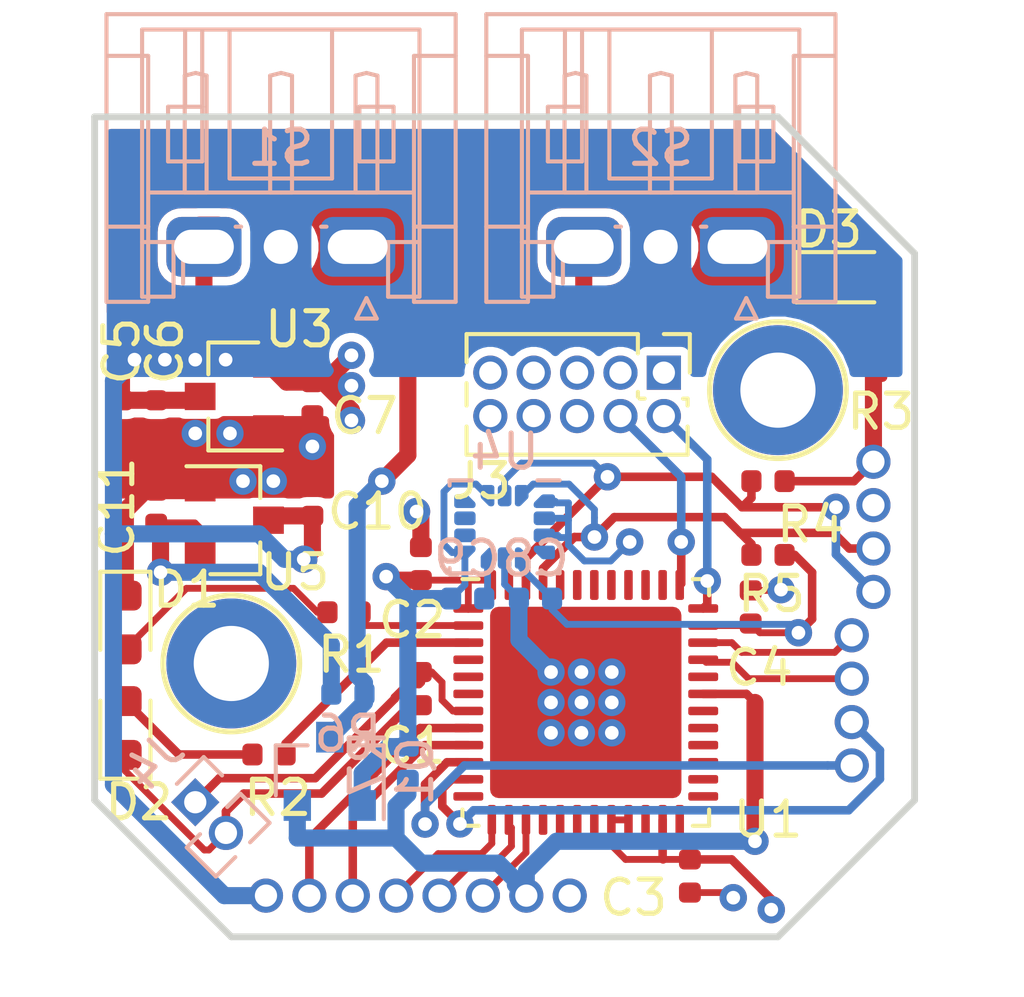
<source format=kicad_pcb>
(kicad_pcb (version 20171130) (host pcbnew 5.1.5+dfsg1-2build2)
  (layers (0 F.Cu signal) (1 In1.Cu power) (2 In2.Cu power) (31 B.Cu signal) (34 B.Paste user) (35 F.Paste user) (36 B.SilkS user) (37 F.SilkS user) (38 B.Mask user) (39 F.Mask user) (44 Edge.Cuts user))
  (net 0 "")
  (net 1 GND)
  (net 2 NRTS)
  (net 3 +3V3)
  (net 4 VCC)
  (net 5 "Net-(D1-Pad2)")
  (net 6 "Net-(D2-Pad2)")
  (net 7 "Net-(D3-Pad2)")
  (net 8 "Net-(J1-Pad1)")
  (net 9 "Net-(J2-Pad1)")
  (net 10 JTMS-SWDIO)
  (net 11 JTCK-SWCLI)
  (net 12 LED_2)
  (net 13 LED_1)
  (net 14 I2C_SCL)
  (net 15 I2C_SDA)
  (net 16 "Net-(U1-Pad47)")
  (net 17 "Net-(U1-Pad43)")
  (net 18 "Net-(U1-Pad42)")
  (net 19 "Net-(U1-Pad41)")
  (net 20 "Net-(U1-Pad40)")
  (net 21 "Net-(U1-Pad39)")
  (net 22 "Net-(U1-Pad38)")
  (net 23 FDCAN_TX)
  (net 24 FDCAN_RX)
  (net 25 "Net-(U1-Pad30)")
  (net 26 "Net-(U1-Pad29)")
  (net 27 "Net-(U1-Pad28)")
  (net 28 "Net-(U1-Pad27)")
  (net 29 "Net-(U1-Pad26)")
  (net 30 "Net-(U1-Pad25)")
  (net 31 "Net-(U1-Pad24)")
  (net 32 "Net-(U1-Pad22)")
  (net 33 "Net-(U1-Pad19)")
  (net 34 "Net-(U1-Pad18)")
  (net 35 "Net-(U1-Pad17)")
  (net 36 "Net-(U1-Pad16)")
  (net 37 MOSI)
  (net 38 MISO)
  (net 39 SCK)
  (net 40 "Net-(U1-Pad12)")
  (net 41 ADC2)
  (net 42 ADC1)
  (net 43 "Net-(U1-Pad6)")
  (net 44 "Net-(U1-Pad5)")
  (net 45 "Net-(U1-Pad4)")
  (net 46 "Net-(U4-Pad11)")
  (net 47 "Net-(U4-Pad10)")
  (net 48 "Net-(U4-Pad9)")
  (net 49 "Net-(U4-Pad4)")
  (net 50 "Net-(J3-Pad10)")
  (net 51 "Net-(J3-Pad8)")
  (net 52 "Net-(J3-Pad7)")
  (net 53 "Net-(J3-Pad6)")
  (net 54 +5V)
  (net 55 "Net-(U1-Pad44)")
  (net 56 "Net-(U1-Pad32)")
  (net 57 USART2_RX)
  (net 58 USART2_TX)
  (net 59 USART1_5)
  (net 60 USART1_3)
  (module tile:jst_bus_horizontal (layer B.Cu) (at 210.566 90.805 180)
    (fp_text reference S2 (at 2 2.9 180) (layer B.SilkS) (effects (justify mirror)))
    (fp_text value A2001WR-3P)
    (pad 2 thru_hole circle (at 2 0 180) (size 1.7 1.7) (drill 1) (layers *.Cu *.Mask) (net 4 VCC))
    (pad 1 thru_hole roundrect (at -0.25 0 180) (size 2.2 1.75) (drill oval 1.75 1) (layers *.Cu *.Mask) (roundrect_rratio 0.208) (net 1 GND))
    (pad 3 thru_hole roundrect (at 4.25 0 180) (size 2.2 1.75) (drill oval 1.75 1) (layers *.Cu *.Mask) (net 59 USART1_5))
  )
  (module tile:jst_bus_horizontal (layer B.Cu) (at 199.449 90.805 180)
    (fp_text reference S1 (at 2 2.9 180) (layer B.SilkS) (effects (justify mirror)))
    (fp_text value A2001WR-3P)
    (pad 2 thru_hole circle (at 2 0 180) (size 1.7 1.7) (drill 1) (layers *.Cu *.Mask) (net 4 VCC))
    (pad 1 thru_hole roundrect (at -0.25 0 180) (size 2.2 1.75) (drill oval 1.75 1) (layers *.Cu *.Mask) (roundrect_rratio 0.208) (net 1 GND))
    (pad 3 thru_hole roundrect (at 4.25 0 180) (size 2.2 1.75) (drill oval 1.75 1) (layers *.Cu *.Mask) (net 59 USART1_5))
  )
  (module Resistor_SMD:R_0402_1005Metric (layer B.Cu) (at 201.168 105.918 270)
    (fp_text reference R7 (at 0 1.17 90) (layer B.SilkS) (effects (justify mirror)))
    (fp_text value 10k)
    (pad 2 smd roundrect (at 0.485 0 270) (size 0.59 0.64) (layers B.Cu B.Paste B.Mask) (net 60 USART1_3))
    (pad 1 smd roundrect (at -0.485 0 270) (size 0.59 0.64) (layers B.Cu B.Paste B.Mask) (net 3 +3V3))
  )
  (module Resistor_SMD:R_0402_1005Metric (layer B.Cu) (at 199.413 103.886)
    (fp_text reference R6 (at 0 1.17) (layer B.SilkS) (effects (justify mirror)))
    (fp_text value 10k)
    (pad 2 smd roundrect (at 0.485 0) (size 0.59 0.64) (layers B.Cu B.Paste B.Mask) (net 59 USART1_5))
    (pad 1 smd roundrect (at -0.485 0) (size 0.59 0.64) (layers B.Cu B.Paste B.Mask) (net 54 +5V))
  )
  (module Package_TO_SOT_SMD:SOT-23 (layer B.Cu) (at 198.882 106.156 90)
    (fp_text reference Q1 (at 0 2.5 90) (layer B.SilkS) (effects (justify mirror)))
    (fp_text value BSS123)
    (pad 3 smd rect (at 1 0 90) (size 0.9 0.8) (layers B.Cu B.Paste B.Mask) (net 59 USART1_5))
    (pad 2 smd rect (at -1 -0.95 90) (size 0.9 0.8) (layers B.Cu B.Paste B.Mask) (net 60 USART1_3))
    (pad 1 smd rect (at -1 0.95 90) (size 0.9 0.8) (layers B.Cu B.Paste B.Mask) (net 3 +3V3))
  )
  (module Package_TO_SOT_SMD:SOT-23 (layer F.Cu) (at 196.088 98.806)
    (fp_text reference U5 (at 1.778 1.524 180) (layer F.SilkS))
    (fp_text value AP2210-5)
    (pad 3 smd rect (at 1 0) (size 0.9 0.8) (layers F.Cu F.Paste F.Mask) (net 4 VCC))
    (pad 2 smd rect (at -1 0.95) (size 0.9 0.8) (layers F.Cu F.Paste F.Mask) (net 54 +5V))
    (pad 1 smd rect (at -1 -0.95) (size 0.9 0.8) (layers F.Cu F.Paste F.Mask) (net 1 GND))
  )
  (module Capacitor_SMD:C_0402_1005Metric (layer F.Cu) (at 193.802 98.425 90)
    (fp_text reference C11 (at 0 -1.17 90) (layer F.SilkS))
    (fp_text value 2.2uF)
    (pad 2 smd roundrect (at 0.485 0 90) (size 0.59 0.64) (layers F.Cu F.Paste F.Mask) (net 1 GND))
    (pad 1 smd roundrect (at -0.485 0 90) (size 0.59 0.64) (layers F.Cu F.Paste F.Mask) (net 54 +5V))
  )
  (module Capacitor_SMD:C_0402_1005Metric (layer F.Cu) (at 198.374 98.194 90)
    (fp_text reference C10 (at -0.358 1.905 180) (layer F.SilkS))
    (fp_text value 1uf)
    (pad 2 smd roundrect (at 0.485 0 90) (size 0.59 0.64) (layers F.Cu F.Paste F.Mask) (net 1 GND))
    (pad 1 smd roundrect (at -0.485 0 90) (size 0.59 0.64) (layers F.Cu F.Paste F.Mask) (net 4 VCC))
  )
  (module Capacitor_SMD:C_0402_1005Metric (layer F.Cu) (at 201.549 103.736 270)
    (fp_text reference C1 (at 1.674 0.254 180) (layer F.SilkS))
    (fp_text value 0.1uF)
    (pad 2 smd roundrect (at 0.485 0 270) (size 0.59 0.64) (layers F.Cu F.Paste F.Mask) (net 1 GND))
    (pad 1 smd roundrect (at -0.485 0 270) (size 0.59 0.64) (layers F.Cu F.Paste F.Mask) (net 2 NRTS))
  )
  (module Connector_PinHeader_1.27mm:PinHeader_2x05_P1.27mm_Vertical (layer F.Cu) (at 208.661 94.488 270)
    (fp_text reference J3 (at 3.175 5.334 180) (layer F.SilkS))
    (fp_text value Conn_ARM_JTAG_SWD_10)
    (pad 10 thru_hole oval (at 1.27 5.08 270) (size 1 1) (drill 0.65) (layers *.Cu *.Mask) (net 50 "Net-(J3-Pad10)"))
    (pad 9 thru_hole oval (at 0 5.08 270) (size 1 1) (drill 0.65) (layers *.Cu *.Mask) (net 1 GND))
    (pad 8 thru_hole oval (at 1.27 3.81 270) (size 1 1) (drill 0.65) (layers *.Cu *.Mask) (net 51 "Net-(J3-Pad8)"))
    (pad 7 thru_hole oval (at 0 3.81 270) (size 1 1) (drill 0.65) (layers *.Cu *.Mask) (net 52 "Net-(J3-Pad7)"))
    (pad 6 thru_hole oval (at 1.27 2.54 270) (size 1 1) (drill 0.65) (layers *.Cu *.Mask) (net 53 "Net-(J3-Pad6)"))
    (pad 5 thru_hole oval (at 0 2.54 270) (size 1 1) (drill 0.65) (layers *.Cu *.Mask) (net 1 GND))
    (pad 4 thru_hole oval (at 1.27 1.27 270) (size 1 1) (drill 0.65) (layers *.Cu *.Mask) (net 11 JTCK-SWCLI))
    (pad 3 thru_hole oval (at 0 1.27 270) (size 1 1) (drill 0.65) (layers *.Cu *.Mask) (net 1 GND))
    (pad 2 thru_hole oval (at 1.27 0 270) (size 1 1) (drill 0.65) (layers *.Cu *.Mask) (net 10 JTMS-SWDIO))
    (pad 1 thru_hole rect (at 0 0 270) (size 1 1) (drill 0.65) (layers *.Cu *.Mask) (net 3 +3V3))
  )
  (module Package_LGA:LGA-14_3x2.5mm_P0.5mm_LayoutBorder3x4y (layer B.Cu) (at 204 99 180)
    (fp_text reference U4 (at 0 2.2) (layer B.SilkS) (effects (justify mirror)))
    (fp_text value LSM6DS3)
    (pad 14 smd custom (at -0.5 0.9125 180) (size 0.223223 0.223223) (layers B.Cu B.Paste B.Mask) (net 15 I2C_SDA) (options (clearance outline) (anchor circle)) (primitives (gr_poly (pts (xy -0.125 0.2375) (xy 0.125 0.2375) (xy 0.125 -0.2375) (xy 0.081066 -0.2375) (xy -0.125 -0.031434)) (width 0.15))))
    (pad 13 smd roundrect (at 0 0.9125 180) (size 0.4 0.625) (layers B.Cu B.Paste B.Mask) (net 14 I2C_SCL))
    (pad 12 smd custom (at 0.5 0.9125 180) (size 0.223223 0.223223) (layers B.Cu B.Paste B.Mask) (net 3 +3V3) (options (clearance outline) (anchor circle)) (primitives (gr_poly (pts (xy -0.125 0.2375) (xy 0.125 0.2375) (xy 0.125 -0.031434) (xy -0.081066 -0.2375) (xy -0.125 -0.2375)) (width 0.15))))
    (pad 11 smd custom (at 1.1625 0.75 180) (size 0.223223 0.223223) (layers B.Cu B.Paste B.Mask) (net 46 "Net-(U4-Pad11)") (options (clearance outline) (anchor circle)) (primitives (gr_poly (pts (xy -0.2375 -0.081066) (xy -0.031434 0.125) (xy 0.2375 0.125) (xy 0.2375 -0.125) (xy -0.2375 -0.125)) (width 0.15))))
    (pad 10 smd roundrect (at 1.1625 0.25 180) (size 0.625 0.4) (layers B.Cu B.Paste B.Mask) (net 47 "Net-(U4-Pad10)"))
    (pad 9 smd roundrect (at 1.1625 -0.25 180) (size 0.625 0.4) (layers B.Cu B.Paste B.Mask) (net 48 "Net-(U4-Pad9)"))
    (pad 8 smd custom (at 1.1625 -0.75 180) (size 0.223223 0.223223) (layers B.Cu B.Paste B.Mask) (net 3 +3V3) (options (clearance outline) (anchor circle)) (primitives (gr_poly (pts (xy -0.2375 0.125) (xy 0.2375 0.125) (xy 0.2375 -0.125) (xy -0.031434 -0.125) (xy -0.2375 0.081066)) (width 0.15))))
    (pad 7 smd custom (at 0.5 -0.9125 180) (size 0.223223 0.223223) (layers B.Cu B.Paste B.Mask) (net 1 GND) (options (clearance outline) (anchor circle)) (primitives (gr_poly (pts (xy -0.125 0.2375) (xy -0.081066 0.2375) (xy 0.125 0.031434) (xy 0.125 -0.2375) (xy -0.125 -0.2375)) (width 0.15))))
    (pad 6 smd roundrect (at 0 -0.9125 180) (size 0.4 0.625) (layers B.Cu B.Paste B.Mask) (net 1 GND))
    (pad 5 smd custom (at -0.5 -0.9125 180) (size 0.223223 0.223223) (layers B.Cu B.Paste B.Mask) (net 3 +3V3) (options (clearance outline) (anchor circle)) (primitives (gr_poly (pts (xy -0.125 0.031434) (xy 0.081066 0.2375) (xy 0.125 0.2375) (xy 0.125 -0.2375) (xy -0.125 -0.2375)) (width 0.15))))
    (pad 4 smd custom (at -1.1625 -0.75 180) (size 0.223223 0.223223) (layers B.Cu B.Paste B.Mask) (net 49 "Net-(U4-Pad4)") (options (clearance outline) (anchor circle)) (primitives (gr_poly (pts (xy -0.2375 0.125) (xy 0.2375 0.125) (xy 0.2375 0.081066) (xy 0.031434 -0.125) (xy -0.2375 -0.125)) (width 0.15))))
    (pad 3 smd roundrect (at -1.1625 -0.25 180) (size 0.625 0.4) (layers B.Cu B.Paste B.Mask) (net 1 GND))
    (pad 2 smd roundrect (at -1.1625 0.25 180) (size 0.625 0.4) (layers B.Cu B.Paste B.Mask) (net 1 GND))
    (pad 1 smd custom (at -1.1625 0.75 180) (size 0.223223 0.223223) (layers B.Cu B.Paste B.Mask) (net 1 GND) (options (clearance outline) (anchor circle)) (primitives (gr_poly (pts (xy -0.2375 0.125) (xy 0.031434 0.125) (xy 0.2375 -0.081066) (xy 0.2375 -0.125) (xy -0.2375 -0.125)) (width 0.15))))
  )
  (module Capacitor_SMD:C_0402_1005Metric (layer B.Cu) (at 202.918 101.099 180)
    (fp_text reference C9 (at 0 1.17) (layer B.SilkS) (effects (justify mirror)))
    (fp_text value 100nf)
    (pad 2 smd roundrect (at 0.485 0 180) (size 0.59 0.64) (layers B.Cu B.Paste B.Mask) (net 3 +3V3))
    (pad 1 smd roundrect (at -0.485 0 180) (size 0.59 0.64) (layers B.Cu B.Paste B.Mask) (net 1 GND))
  )
  (module Capacitor_SMD:C_0402_1005Metric (layer B.Cu) (at 204.904 101.099 180)
    (fp_text reference C8 (at 0 1.17) (layer B.SilkS) (effects (justify mirror)))
    (fp_text value 100nf)
    (pad 2 smd roundrect (at 0.485 0 180) (size 0.59 0.64) (layers B.Cu B.Paste B.Mask) (net 1 GND))
    (pad 1 smd roundrect (at -0.485 0 180) (size 0.59 0.64) (layers B.Cu B.Paste B.Mask) (net 3 +3V3))
  )
  (module Capacitor_SMD:C_0402_1005Metric (layer F.Cu) (at 209.423 109.22 270)
    (fp_text reference C3 (at 0.635 1.651 180) (layer F.SilkS))
    (fp_text value 100nf)
    (pad 2 smd roundrect (at 0.485 0 270) (size 0.59 0.64) (layers F.Cu F.Paste F.Mask) (net 1 GND))
    (pad 1 smd roundrect (at -0.485 0 270) (size 0.59 0.64) (layers F.Cu F.Paste F.Mask) (net 3 +3V3))
  )
  (module tile:tile (layer F.Cu) (at 204 99)
    (fp_text reference U2 hide)
    (fp_text value tile)
    (fp_line (start 12 8) (end 12 -8) (layer Edge.Cuts) (width 0.2))
    (fp_line (start 12 -8) (end 8 -12) (layer Edge.Cuts) (width 0.2))
    (fp_line (start 8 -12) (end -12 -12) (layer Edge.Cuts) (width 0.2))
    (fp_line (start -12 -12) (end -12 8) (layer Edge.Cuts) (width 0.2))
    (fp_line (start -12 8) (end -8 12) (layer Edge.Cuts) (width 0.2))
    (fp_line (start -8 12) (end 8 12) (layer Edge.Cuts) (width 0.2))
    (fp_line (start 8 12) (end 12 8) (layer Edge.Cuts) (width 0.2))
    (pad 1 thru_hole circle (at 10.795 -1.905) (size 1 1) (drill 0.65) (layers *.Cu *.Mask) (net 3 +3V3))
    (pad 2 thru_hole circle (at 10.795 -0.635) (size 1 1) (drill 0.65) (layers *.Cu *.Mask) (net 1 GND))
    (pad 3 thru_hole circle (at 10.795 0.635) (size 1 1) (drill 0.65) (layers *.Cu *.Mask) (net 15 I2C_SDA))
    (pad 4 thru_hole circle (at 10.795 1.905) (size 1 1) (drill 0.65) (layers *.Cu *.Mask) (net 14 I2C_SCL))
    (pad 5 thru_hole circle (at 10.16 3.175) (size 1 1) (drill 0.65) (layers *.Cu *.Mask) (net 23 FDCAN_TX))
    (pad 6 thru_hole circle (at 10.16 4.445) (size 1 1) (drill 0.65) (layers *.Cu *.Mask) (net 24 FDCAN_RX))
    (pad 7 thru_hole circle (at 10.16 5.715) (size 1 1) (drill 0.65) (layers *.Cu *.Mask) (net 57 USART2_RX))
    (pad 8 thru_hole circle (at 10.16 6.985) (size 1 1) (drill 0.65) (layers *.Cu *.Mask) (net 58 USART2_TX))
    (pad 9 thru_hole circle (at 1.905 10.795 90) (size 1 1) (drill 0.65) (layers *.Cu *.Mask) (net 1 GND))
    (pad 10 thru_hole circle (at 0.635 10.795 90) (size 1 1) (drill 0.65) (layers *.Cu *.Mask) (net 60 USART1_3))
    (pad 11 thru_hole circle (at -0.635 10.795 90) (size 1 1) (drill 0.65) (layers *.Cu *.Mask) (net 37 MOSI))
    (pad 12 thru_hole circle (at -1.905 10.795 90) (size 1 1) (drill 0.65) (layers *.Cu *.Mask) (net 38 MISO))
    (pad 13 thru_hole circle (at -3.175 10.795 90) (size 1 1) (drill 0.65) (layers *.Cu *.Mask) (net 39 SCK))
    (pad 14 thru_hole circle (at -4.445 10.795 90) (size 1 1) (drill 0.65) (layers *.Cu *.Mask) (net 41 ADC2))
    (pad 15 thru_hole circle (at -5.715 10.795 90) (size 1 1) (drill 0.65) (layers *.Cu *.Mask) (net 42 ADC1))
    (pad 16 thru_hole circle (at -6.985 10.795 90) (size 1 1) (drill 0.65) (layers *.Cu *.Mask) (net 4 VCC))
  )
  (module Package_TO_SOT_SMD:SOT-23 (layer F.Cu) (at 196.088 95.184 180)
    (fp_text reference U3 (at -1.905 1.966) (layer F.SilkS))
    (fp_text value AP2210-33)
    (pad 3 smd rect (at 1 0 180) (size 0.9 0.8) (layers F.Cu F.Paste F.Mask) (net 4 VCC))
    (pad 2 smd rect (at -1 0.95 180) (size 0.9 0.8) (layers F.Cu F.Paste F.Mask) (net 3 +3V3))
    (pad 1 smd rect (at -1 -0.95 180) (size 0.9 0.8) (layers F.Cu F.Paste F.Mask) (net 1 GND))
  )
  (module Package_DFN_QFN:QFN-48-1EP_7x7mm_P0.5mm_EP5.6x5.6mm (layer F.Cu) (at 206.375 104.14)
    (fp_text reference U1 (at 5.334 3.429) (layer F.SilkS))
    (fp_text value STM32G431CBU6)
    (pad 48 smd roundrect (at -2.75 -3.4375) (size 0.25 0.875) (layers F.Cu F.Paste F.Mask) (net 3 +3V3))
    (pad 47 smd roundrect (at -2.25 -3.4375) (size 0.25 0.875) (layers F.Cu F.Paste F.Mask) (net 16 "Net-(U1-Pad47)"))
    (pad 46 smd roundrect (at -1.75 -3.4375) (size 0.25 0.875) (layers F.Cu F.Paste F.Mask) (net 14 I2C_SCL))
    (pad 45 smd roundrect (at -1.25 -3.4375) (size 0.25 0.875) (layers F.Cu F.Paste F.Mask) (net 15 I2C_SDA))
    (pad 44 smd roundrect (at -0.75 -3.4375) (size 0.25 0.875) (layers F.Cu F.Paste F.Mask) (net 55 "Net-(U1-Pad44)"))
    (pad 43 smd roundrect (at -0.25 -3.4375) (size 0.25 0.875) (layers F.Cu F.Paste F.Mask) (net 17 "Net-(U1-Pad43)"))
    (pad 42 smd roundrect (at 0.25 -3.4375) (size 0.25 0.875) (layers F.Cu F.Paste F.Mask) (net 18 "Net-(U1-Pad42)"))
    (pad 41 smd roundrect (at 0.75 -3.4375) (size 0.25 0.875) (layers F.Cu F.Paste F.Mask) (net 19 "Net-(U1-Pad41)"))
    (pad 40 smd roundrect (at 1.25 -3.4375) (size 0.25 0.875) (layers F.Cu F.Paste F.Mask) (net 20 "Net-(U1-Pad40)"))
    (pad 39 smd roundrect (at 1.75 -3.4375) (size 0.25 0.875) (layers F.Cu F.Paste F.Mask) (net 21 "Net-(U1-Pad39)"))
    (pad 38 smd roundrect (at 2.25 -3.4375) (size 0.25 0.875) (layers F.Cu F.Paste F.Mask) (net 22 "Net-(U1-Pad38)"))
    (pad 37 smd roundrect (at 2.75 -3.4375) (size 0.25 0.875) (layers F.Cu F.Paste F.Mask) (net 11 JTCK-SWCLI))
    (pad 36 smd roundrect (at 3.4375 -2.75) (size 0.875 0.25) (layers F.Cu F.Paste F.Mask) (net 10 JTMS-SWDIO))
    (pad 35 smd roundrect (at 3.4375 -2.25) (size 0.875 0.25) (layers F.Cu F.Paste F.Mask) (net 3 +3V3))
    (pad 34 smd roundrect (at 3.4375 -1.75) (size 0.875 0.25) (layers F.Cu F.Paste F.Mask) (net 23 FDCAN_TX))
    (pad 33 smd roundrect (at 3.4375 -1.25) (size 0.875 0.25) (layers F.Cu F.Paste F.Mask) (net 24 FDCAN_RX))
    (pad 32 smd roundrect (at 3.4375 -0.75) (size 0.875 0.25) (layers F.Cu F.Paste F.Mask) (net 56 "Net-(U1-Pad32)"))
    (pad 31 smd roundrect (at 3.4375 -0.25) (size 0.875 0.25) (layers F.Cu F.Paste F.Mask) (net 60 USART1_3))
    (pad 30 smd roundrect (at 3.4375 0.25) (size 0.875 0.25) (layers F.Cu F.Paste F.Mask) (net 25 "Net-(U1-Pad30)"))
    (pad 29 smd roundrect (at 3.4375 0.75) (size 0.875 0.25) (layers F.Cu F.Paste F.Mask) (net 26 "Net-(U1-Pad29)"))
    (pad 28 smd roundrect (at 3.4375 1.25) (size 0.875 0.25) (layers F.Cu F.Paste F.Mask) (net 27 "Net-(U1-Pad28)"))
    (pad 27 smd roundrect (at 3.4375 1.75) (size 0.875 0.25) (layers F.Cu F.Paste F.Mask) (net 28 "Net-(U1-Pad27)"))
    (pad 26 smd roundrect (at 3.4375 2.25) (size 0.875 0.25) (layers F.Cu F.Paste F.Mask) (net 29 "Net-(U1-Pad26)"))
    (pad 25 smd roundrect (at 3.4375 2.75) (size 0.875 0.25) (layers F.Cu F.Paste F.Mask) (net 30 "Net-(U1-Pad25)"))
    (pad 24 smd roundrect (at 2.75 3.4375) (size 0.25 0.875) (layers F.Cu F.Paste F.Mask) (net 31 "Net-(U1-Pad24)"))
    (pad 23 smd roundrect (at 2.25 3.4375) (size 0.25 0.875) (layers F.Cu F.Paste F.Mask) (net 3 +3V3))
    (pad 22 smd roundrect (at 1.75 3.4375) (size 0.25 0.875) (layers F.Cu F.Paste F.Mask) (net 32 "Net-(U1-Pad22)"))
    (pad 21 smd roundrect (at 1.25 3.4375) (size 0.25 0.875) (layers F.Cu F.Paste F.Mask) (net 3 +3V3))
    (pad 20 smd roundrect (at 0.75 3.4375) (size 0.25 0.875) (layers F.Cu F.Paste F.Mask) (net 3 +3V3))
    (pad 19 smd roundrect (at 0.25 3.4375) (size 0.25 0.875) (layers F.Cu F.Paste F.Mask) (net 33 "Net-(U1-Pad19)"))
    (pad 18 smd roundrect (at -0.25 3.4375) (size 0.25 0.875) (layers F.Cu F.Paste F.Mask) (net 34 "Net-(U1-Pad18)"))
    (pad 17 smd roundrect (at -0.75 3.4375) (size 0.25 0.875) (layers F.Cu F.Paste F.Mask) (net 35 "Net-(U1-Pad17)"))
    (pad 16 smd roundrect (at -1.25 3.4375) (size 0.25 0.875) (layers F.Cu F.Paste F.Mask) (net 36 "Net-(U1-Pad16)"))
    (pad 15 smd roundrect (at -1.75 3.4375) (size 0.25 0.875) (layers F.Cu F.Paste F.Mask) (net 37 MOSI))
    (pad 14 smd roundrect (at -2.25 3.4375) (size 0.25 0.875) (layers F.Cu F.Paste F.Mask) (net 38 MISO))
    (pad 13 smd roundrect (at -2.75 3.4375) (size 0.25 0.875) (layers F.Cu F.Paste F.Mask) (net 39 SCK))
    (pad 12 smd roundrect (at -3.4375 2.75) (size 0.875 0.25) (layers F.Cu F.Paste F.Mask) (net 40 "Net-(U1-Pad12)"))
    (pad 11 smd roundrect (at -3.4375 2.25) (size 0.875 0.25) (layers F.Cu F.Paste F.Mask) (net 57 USART2_RX))
    (pad 10 smd roundrect (at -3.4375 1.75) (size 0.875 0.25) (layers F.Cu F.Paste F.Mask) (net 58 USART2_TX))
    (pad 9 smd roundrect (at -3.4375 1.25) (size 0.875 0.25) (layers F.Cu F.Paste F.Mask) (net 41 ADC2))
    (pad 8 smd roundrect (at -3.4375 0.75) (size 0.875 0.25) (layers F.Cu F.Paste F.Mask) (net 42 ADC1))
    (pad 7 smd roundrect (at -3.4375 0.25) (size 0.875 0.25) (layers F.Cu F.Paste F.Mask) (net 2 NRTS))
    (pad 6 smd roundrect (at -3.4375 -0.25) (size 0.875 0.25) (layers F.Cu F.Paste F.Mask) (net 43 "Net-(U1-Pad6)"))
    (pad 5 smd roundrect (at -3.4375 -0.75) (size 0.875 0.25) (layers F.Cu F.Paste F.Mask) (net 44 "Net-(U1-Pad5)"))
    (pad 4 smd roundrect (at -3.4375 -1.25) (size 0.875 0.25) (layers F.Cu F.Paste F.Mask) (net 45 "Net-(U1-Pad4)"))
    (pad 3 smd roundrect (at -3.4375 -1.75) (size 0.875 0.25) (layers F.Cu F.Paste F.Mask) (net 13 LED_1))
    (pad 2 smd roundrect (at -3.4375 -2.25) (size 0.875 0.25) (layers F.Cu F.Paste F.Mask) (net 12 LED_2))
    (pad 1 smd roundrect (at -3.4375 -2.75) (size 0.875 0.25) (layers F.Cu F.Paste F.Mask) (net 3 +3V3))
    (pad 49 smd roundrect (at 0 0) (size 5.6 5.6) (layers F.Cu F.Mask) (roundrect_rratio 0.044643) (net 1 GND))
  )
  (module Resistor_SMD:R_0402_1005Metric (layer F.Cu) (at 211.709 99.822 180)
    (fp_text reference R5 (at -0.104 -1.143) (layer F.SilkS))
    (fp_text value 10k)
    (pad 2 smd roundrect (at 0.485 0 180) (size 0.59 0.64) (layers F.Cu F.Paste F.Mask) (net 15 I2C_SDA))
    (pad 1 smd roundrect (at -0.485 0 180) (size 0.59 0.64) (layers F.Cu F.Paste F.Mask) (net 3 +3V3))
  )
  (module Resistor_SMD:R_0402_1005Metric (layer F.Cu) (at 211.709 97.663 180)
    (fp_text reference R4 (at -1.247 -1.27) (layer F.SilkS))
    (fp_text value 10k)
    (pad 2 smd roundrect (at 0.485 0 180) (size 0.59 0.64) (layers F.Cu F.Paste F.Mask) (net 14 I2C_SCL))
    (pad 1 smd roundrect (at -0.485 0 180) (size 0.59 0.64) (layers F.Cu F.Paste F.Mask) (net 3 +3V3))
  )
  (module Resistor_SMD:R_0402_1005Metric (layer F.Cu) (at 214.884 93.98 90)
    (fp_text reference R3 (at -1.651 0.127) (layer F.SilkS))
    (fp_text value 1k)
    (pad 2 smd roundrect (at 0.485 0 90) (size 0.59 0.64) (layers F.Cu F.Paste F.Mask) (net 7 "Net-(D3-Pad2)"))
    (pad 1 smd roundrect (at -0.485 0 90) (size 0.59 0.64) (layers F.Cu F.Paste F.Mask) (net 3 +3V3))
  )
  (module Resistor_SMD:R_0402_1005Metric (layer F.Cu) (at 197.104 105.664 180)
    (fp_text reference R2 (at -0.254 -1.27) (layer F.SilkS))
    (fp_text value 1k)
    (pad 2 smd roundrect (at 0.485 0 180) (size 0.59 0.64) (layers F.Cu F.Paste F.Mask) (net 6 "Net-(D2-Pad2)"))
    (pad 1 smd roundrect (at -0.485 0 180) (size 0.59 0.64) (layers F.Cu F.Paste F.Mask) (net 13 LED_1))
  )
  (module Resistor_SMD:R_0402_1005Metric (layer F.Cu) (at 199.3 101.5 180)
    (fp_text reference R1 (at -0.217 -1.243) (layer F.SilkS))
    (fp_text value 1k)
    (pad 2 smd roundrect (at 0.485 0 180) (size 0.59 0.64) (layers F.Cu F.Paste F.Mask) (net 5 "Net-(D1-Pad2)"))
    (pad 1 smd roundrect (at -0.485 0 180) (size 0.59 0.64) (layers F.Cu F.Paste F.Mask) (net 12 LED_2))
  )
  (module Connector_PinHeader_1.27mm:PinHeader_1x02_P1.27mm_Vertical (layer B.Cu) (at 194.945 107.061 225)
    (fp_text reference J4 (at 0 1.695 225) (layer B.SilkS) (effects (justify mirror)))
    (fp_text value Conn_01x02_Male)
    (pad 2 thru_hole oval (at 0 -1.27 225) (size 1 1) (drill 0.65) (layers *.Cu *.Mask) (net 1 GND))
    (pad 1 thru_hole rect (at 0 0 225) (size 1 1) (drill 0.65) (layers *.Cu *.Mask) (net 2 NRTS))
  )
  (module MountingHole:MountingHole_2.2mm_M2_DIN965_Pad (layer F.Cu) (at 212 95)
    (fp_text reference J2 hide)
    (fp_text value Conn_01x01_Male)
    (pad 1 thru_hole circle (at 0 0) (size 3.8 3.8) (drill 2.2) (layers *.Cu *.Mask) (net 9 "Net-(J2-Pad1)"))
  )
  (module MountingHole:MountingHole_2.2mm_M2_DIN965_Pad (layer F.Cu) (at 196 103)
    (fp_text reference J1 hide)
    (fp_text value Conn_01x01_Male)
    (pad 1 thru_hole circle (at 0 0) (size 3.8 3.8) (drill 2.2) (layers *.Cu *.Mask) (net 8 "Net-(J1-Pad1)"))
  )
  (module LED_SMD:LED_0603_1608Metric (layer F.Cu) (at 214.0205 91.694)
    (fp_text reference D3 (at -0.5335 -1.397) (layer F.SilkS))
    (fp_text value GREEN)
    (pad 2 smd roundrect (at 0.7875 0) (size 0.875 0.95) (layers F.Cu F.Paste F.Mask) (net 7 "Net-(D3-Pad2)"))
    (pad 1 smd roundrect (at -0.7875 0) (size 0.875 0.95) (layers F.Cu F.Paste F.Mask) (net 1 GND))
  )
  (module LED_SMD:LED_0603_1608Metric (layer F.Cu) (at 192.9 104.8875 90)
    (fp_text reference D2 (at -2.1735 0.394 180) (layer F.SilkS))
    (fp_text value BLUE)
    (pad 2 smd roundrect (at 0.7875 0 90) (size 0.875 0.95) (layers F.Cu F.Paste F.Mask) (net 6 "Net-(D2-Pad2)"))
    (pad 1 smd roundrect (at -0.7875 0 90) (size 0.875 0.95) (layers F.Cu F.Paste F.Mask) (net 1 GND))
  )
  (module LED_SMD:LED_0603_1608Metric (layer F.Cu) (at 192.9 101.8 270)
    (fp_text reference D1 (at -0.962 -1.791 180) (layer F.SilkS))
    (fp_text value YELLOW)
    (pad 2 smd roundrect (at 0.7875 0 270) (size 0.875 0.95) (layers F.Cu F.Paste F.Mask) (net 5 "Net-(D1-Pad2)"))
    (pad 1 smd roundrect (at -0.7875 0 270) (size 0.875 0.95) (layers F.Cu F.Paste F.Mask) (net 1 GND))
  )
  (module Capacitor_SMD:C_0402_1005Metric (layer F.Cu) (at 198.374 95.25 270)
    (fp_text reference C7 (at 0.508 -1.524 180) (layer F.SilkS))
    (fp_text value 2.2uF)
    (pad 2 smd roundrect (at 0.485 0 270) (size 0.59 0.64) (layers F.Cu F.Paste F.Mask) (net 1 GND))
    (pad 1 smd roundrect (at -0.485 0 270) (size 0.59 0.64) (layers F.Cu F.Paste F.Mask) (net 3 +3V3))
  )
  (module Capacitor_SMD:C_0402_1005Metric (layer F.Cu) (at 193.802 95.781 270)
    (fp_text reference C6 (at -1.928 -0.254 270) (layer F.SilkS))
    (fp_text value 100nf)
    (pad 2 smd roundrect (at 0.485 0 270) (size 0.59 0.64) (layers F.Cu F.Paste F.Mask) (net 1 GND))
    (pad 1 smd roundrect (at -0.485 0 270) (size 0.59 0.64) (layers F.Cu F.Paste F.Mask) (net 4 VCC))
  )
  (module Capacitor_SMD:C_0402_1005Metric (layer F.Cu) (at 192.786 95.781 270)
    (fp_text reference C5 (at -1.928 0 270) (layer F.SilkS))
    (fp_text value 1uf)
    (pad 2 smd roundrect (at 0.485 0 270) (size 0.59 0.64) (layers F.Cu F.Paste F.Mask) (net 1 GND))
    (pad 1 smd roundrect (at -0.485 0 270) (size 0.59 0.64) (layers F.Cu F.Paste F.Mask) (net 4 VCC))
  )
  (module Capacitor_SMD:C_0402_1005Metric (layer F.Cu) (at 211.201 101.346 90)
    (fp_text reference C4 (at -1.778 0.254 180) (layer F.SilkS))
    (fp_text value 100nf)
    (pad 2 smd roundrect (at 0.485 0 90) (size 0.59 0.64) (layers F.Cu F.Paste F.Mask) (net 1 GND))
    (pad 1 smd roundrect (at -0.485 0 90) (size 0.59 0.64) (layers F.Cu F.Paste F.Mask) (net 3 +3V3))
  )
  (module Capacitor_SMD:C_0402_1005Metric (layer F.Cu) (at 201.549 100.076 90)
    (fp_text reference C2 (at -1.651 -0.254 180) (layer F.SilkS))
    (fp_text value 100nf)
    (pad 2 smd roundrect (at 0.485 0 90) (size 0.59 0.64) (layers F.Cu F.Paste F.Mask) (net 1 GND))
    (pad 1 smd roundrect (at -0.485 0 90) (size 0.59 0.64) (layers F.Cu F.Paste F.Mask) (net 3 +3V3))
  )
  (via (at 207.137 105.029) (size 0.8) (drill 0.4) (layers F.Cu B.Cu) (net 1))
  (via (at 206.248 105.029) (size 0.8) (drill 0.4) (layers F.Cu B.Cu) (net 1))
  (via (at 205.359 105.029) (size 0.8) (drill 0.4) (layers F.Cu B.Cu) (net 1))
  (via (at 205.359 104.14) (size 0.8) (drill 0.4) (layers F.Cu B.Cu) (net 1))
  (via (at 205.359 103.251) (size 0.8) (drill 0.4) (layers F.Cu B.Cu) (net 1))
  (via (at 206.248 103.251) (size 0.8) (drill 0.4) (layers F.Cu B.Cu) (net 1))
  (via (at 207.137 103.251) (size 0.8) (drill 0.4) (layers F.Cu B.Cu) (net 1))
  (via (at 207.137 104.14) (size 0.8) (drill 0.4) (layers F.Cu B.Cu) (net 1))
  (via (at 206.248 104.14) (size 0.8) (drill 0.4) (layers F.Cu B.Cu) (net 1))
  (segment (start 210.543 109.705) (end 210.693 109.855) (width 0.2) (layer F.Cu) (net 1))
  (via (at 210.693 109.855) (size 0.8) (drill 0.4) (layers F.Cu B.Cu) (net 1))
  (segment (start 209.423 109.705) (end 210.543 109.705) (width 0.2) (layer F.Cu) (net 1))
  (via (at 212.09 100.838) (size 0.8) (drill 0.4) (layers F.Cu B.Cu) (net 1))
  (segment (start 212.067 100.861) (end 212.09 100.838) (width 0.2) (layer F.Cu) (net 1))
  (segment (start 211.201 100.861) (end 212.067 100.861) (width 0.2) (layer F.Cu) (net 1))
  (segment (start 205.475 98.25) (end 205.523 98.298) (width 0.2) (layer B.Cu) (net 1))
  (segment (start 205.1625 98.25) (end 205.475 98.25) (width 0.2) (layer B.Cu) (net 1))
  (segment (start 205.523 98.298) (end 205.867 98.298) (width 0.2) (layer B.Cu) (net 1))
  (via (at 207.659945 99.443187) (size 0.8) (drill 0.4) (layers F.Cu B.Cu) (net 1))
  (segment (start 207.104741 99.998391) (end 207.659945 99.443187) (width 0.2) (layer B.Cu) (net 1))
  (segment (start 206.334481 99.998391) (end 207.104741 99.998391) (width 0.2) (layer B.Cu) (net 1))
  (segment (start 205.867 99.53091) (end 206.334481 99.998391) (width 0.2) (layer B.Cu) (net 1))
  (segment (start 205.811 98.75) (end 205.1625 98.75) (width 0.2) (layer B.Cu) (net 1))
  (segment (start 205.867 98.806) (end 205.811 98.75) (width 0.2) (layer B.Cu) (net 1))
  (segment (start 205.867 98.298) (end 205.867 98.806) (width 0.2) (layer B.Cu) (net 1))
  (segment (start 205.555346 99.25) (end 205.475 99.25) (width 0.2) (layer B.Cu) (net 1))
  (segment (start 205.475 99.25) (end 205.1625 99.25) (width 0.2) (layer B.Cu) (net 1))
  (segment (start 205.619346 99.314) (end 205.555346 99.25) (width 0.2) (layer B.Cu) (net 1))
  (segment (start 205.867 99.314) (end 205.619346 99.314) (width 0.2) (layer B.Cu) (net 1))
  (segment (start 205.867 98.806) (end 205.867 99.314) (width 0.2) (layer B.Cu) (net 1))
  (segment (start 205.867 99.314) (end 205.867 99.53091) (width 0.2) (layer B.Cu) (net 1))
  (segment (start 204 100.68) (end 204.419 101.099) (width 0.2) (layer B.Cu) (net 1))
  (segment (start 204 99.9125) (end 204 100.68) (width 0.2) (layer B.Cu) (net 1))
  (segment (start 203.5 101.002) (end 203.403 101.099) (width 0.2) (layer B.Cu) (net 1))
  (segment (start 203.5 99.9125) (end 203.5 101.002) (width 0.2) (layer B.Cu) (net 1))
  (segment (start 195.343027 108.459025) (end 195.843026 107.959026) (width 0.2) (layer F.Cu) (net 1))
  (segment (start 195.211639 108.459025) (end 195.343027 108.459025) (width 0.2) (layer F.Cu) (net 1))
  (segment (start 192.9 106.147386) (end 195.211639 108.459025) (width 0.2) (layer F.Cu) (net 1))
  (segment (start 192.9 105.675) (end 192.9 106.147386) (width 0.2) (layer F.Cu) (net 1))
  (segment (start 204.419 102.311) (end 205.359 103.251) (width 0.5) (layer B.Cu) (net 1))
  (segment (start 204.419 101.099) (end 204.419 102.311) (width 0.5) (layer B.Cu) (net 1))
  (segment (start 195.843026 107.329716) (end 195.843026 107.959026) (width 0.25) (layer F.Cu) (net 1))
  (segment (start 196.365742 106.807) (end 195.843026 107.329716) (width 0.25) (layer F.Cu) (net 1))
  (segment (start 198.643 106.807) (end 196.365742 106.807) (width 0.25) (layer F.Cu) (net 1))
  (segment (start 201.229 104.221) (end 198.643 106.807) (width 0.25) (layer F.Cu) (net 1))
  (segment (start 201.549 104.221) (end 201.229 104.221) (width 0.25) (layer F.Cu) (net 1))
  (segment (start 195.004 97.94) (end 195.088 97.856) (width 0.5) (layer F.Cu) (net 1))
  (segment (start 193.802 97.94) (end 195.004 97.94) (width 0.5) (layer F.Cu) (net 1))
  (segment (start 193.482 97.94) (end 193.802 97.94) (width 0.5) (layer F.Cu) (net 1))
  (segment (start 192.9 98.522) (end 193.482 97.94) (width 0.5) (layer F.Cu) (net 1))
  (segment (start 192.9 101.0125) (end 192.9 98.522) (width 0.5) (layer F.Cu) (net 1))
  (via (at 195.961 96.266) (size 0.8) (drill 0.4) (layers F.Cu B.Cu) (net 1))
  (via (at 194.945 96.266) (size 0.8) (drill 0.4) (layers F.Cu B.Cu) (net 1))
  (via (at 196.342 97.663) (size 0.8) (drill 0.4) (layers F.Cu B.Cu) (net 1))
  (via (at 197.231 97.663) (size 0.8) (drill 0.4) (layers F.Cu B.Cu) (net 1))
  (via (at 198.374 96.647) (size 0.8) (drill 0.4) (layers F.Cu B.Cu) (net 1))
  (via (at 201.422 98.552) (size 0.8) (drill 0.4) (layers F.Cu B.Cu) (net 1))
  (segment (start 201.549 98.679) (end 201.422 98.552) (width 0.5) (layer F.Cu) (net 1))
  (segment (start 201.549 99.591) (end 201.549 98.679) (width 0.5) (layer F.Cu) (net 1))
  (segment (start 211.705 91.694) (end 210.816 90.805) (width 0.5) (layer F.Cu) (net 1))
  (segment (start 213.233 91.694) (end 211.705 91.694) (width 0.5) (layer F.Cu) (net 1))
  (segment (start 201.869 103.251) (end 201.549 103.251) (width 0.2) (layer F.Cu) (net 2))
  (segment (start 202.16901 103.55101) (end 201.869 103.251) (width 0.2) (layer F.Cu) (net 2))
  (segment (start 202.16901 104.071678) (end 202.16901 103.55101) (width 0.2) (layer F.Cu) (net 2))
  (segment (start 202.487332 104.39) (end 202.16901 104.071678) (width 0.2) (layer F.Cu) (net 2))
  (segment (start 202.9375 104.39) (end 202.487332 104.39) (width 0.2) (layer F.Cu) (net 2))
  (segment (start 200.787 103.994768) (end 200.787 104.02659) (width 0.25) (layer F.Cu) (net 2))
  (segment (start 201.180778 103.60099) (end 200.787 103.994768) (width 0.25) (layer F.Cu) (net 2))
  (segment (start 201.49401 103.60099) (end 201.180778 103.60099) (width 0.25) (layer F.Cu) (net 2))
  (segment (start 201.549 103.546) (end 201.49401 103.60099) (width 0.25) (layer F.Cu) (net 2))
  (segment (start 201.549 103.251) (end 201.549 103.546) (width 0.25) (layer F.Cu) (net 2))
  (segment (start 195.298553 106.707447) (end 194.945 107.061) (width 0.25) (layer F.Cu) (net 2))
  (segment (start 195.64901 106.35699) (end 195.298553 106.707447) (width 0.25) (layer F.Cu) (net 2))
  (segment (start 198.4566 106.35699) (end 195.64901 106.35699) (width 0.25) (layer F.Cu) (net 2))
  (segment (start 200.787 104.02659) (end 198.4566 106.35699) (width 0.25) (layer F.Cu) (net 2))
  (segment (start 207.125 107.581) (end 207.137 107.593) (width 0.2) (layer F.Cu) (net 3))
  (segment (start 207.125 107.5775) (end 207.125 107.581) (width 0.2) (layer F.Cu) (net 3))
  (segment (start 207.137 107.593) (end 207.137 108.331) (width 0.2) (layer F.Cu) (net 3))
  (segment (start 207.541 108.735) (end 208.638 108.735) (width 0.2) (layer F.Cu) (net 3))
  (segment (start 207.137 108.331) (end 207.541 108.735) (width 0.2) (layer F.Cu) (net 3))
  (segment (start 207.625 107.5775) (end 207.125 107.5775) (width 0.2) (layer F.Cu) (net 3))
  (segment (start 211.142 101.89) (end 211.201 101.831) (width 0.2) (layer F.Cu) (net 3))
  (segment (start 209.8125 101.89) (end 211.142 101.89) (width 0.2) (layer F.Cu) (net 3))
  (via (at 212.6 102.1) (size 0.8) (drill 0.4) (layers F.Cu B.Cu) (net 3))
  (segment (start 203.4835 100.561) (end 203.625 100.7025) (width 0.2) (layer F.Cu) (net 3))
  (segment (start 202.9375 100.5755) (end 202.9375 101.415) (width 0.2) (layer F.Cu) (net 3))
  (segment (start 202.923 100.561) (end 202.9375 100.5755) (width 0.2) (layer F.Cu) (net 3))
  (segment (start 201.549 100.561) (end 202.923 100.561) (width 0.2) (layer F.Cu) (net 3))
  (segment (start 202.923 100.561) (end 203.4835 100.561) (width 0.2) (layer F.Cu) (net 3))
  (segment (start 208.625 108.722) (end 208.625 107.5775) (width 0.25) (layer F.Cu) (net 3))
  (segment (start 208.638 108.735) (end 208.625 108.722) (width 0.25) (layer F.Cu) (net 3))
  (segment (start 208.638 108.735) (end 209.423 108.735) (width 0.2) (layer F.Cu) (net 3))
  (segment (start 204.5 100.21) (end 205.389 101.099) (width 0.2) (layer B.Cu) (net 3))
  (segment (start 204.5 99.9125) (end 204.5 100.21) (width 0.2) (layer B.Cu) (net 3))
  (segment (start 202.8375 100.6945) (end 202.433 101.099) (width 0.2) (layer B.Cu) (net 3))
  (segment (start 202.8375 99.75) (end 202.8375 100.6945) (width 0.2) (layer B.Cu) (net 3))
  (segment (start 211.47 102.1) (end 211.201 101.831) (width 0.2) (layer F.Cu) (net 3))
  (segment (start 212.6 102.1) (end 211.47 102.1) (width 0.2) (layer F.Cu) (net 3))
  (segment (start 212.354 101.854) (end 212.6 102.1) (width 0.2) (layer B.Cu) (net 3))
  (segment (start 205.824 101.854) (end 212.354 101.854) (width 0.2) (layer B.Cu) (net 3))
  (segment (start 205.389 101.419) (end 205.824 101.854) (width 0.2) (layer B.Cu) (net 3))
  (segment (start 205.389 101.099) (end 205.389 101.419) (width 0.2) (layer B.Cu) (net 3))
  (via (at 211.805025 110.205025) (size 0.8) (drill 0.4) (layers F.Cu B.Cu) (net 3))
  (segment (start 211.805025 109.894023) (end 211.805025 110.205025) (width 0.25) (layer F.Cu) (net 3))
  (segment (start 210.646002 108.735) (end 211.805025 109.894023) (width 0.25) (layer F.Cu) (net 3))
  (segment (start 209.423 108.735) (end 210.646002 108.735) (width 0.25) (layer F.Cu) (net 3))
  (segment (start 202.459298 99.75) (end 202.525 99.75) (width 0.2) (layer B.Cu) (net 3))
  (segment (start 202.22499 99.515692) (end 202.459298 99.75) (width 0.2) (layer B.Cu) (net 3))
  (segment (start 202.22499 97.969664) (end 202.22499 99.515692) (width 0.2) (layer B.Cu) (net 3))
  (segment (start 202.525 99.75) (end 202.8375 99.75) (width 0.2) (layer B.Cu) (net 3))
  (segment (start 202.444664 97.74999) (end 202.22499 97.969664) (width 0.2) (layer B.Cu) (net 3))
  (segment (start 203.16249 97.74999) (end 202.444664 97.74999) (width 0.2) (layer B.Cu) (net 3))
  (segment (start 203.5 98.0875) (end 203.16249 97.74999) (width 0.2) (layer B.Cu) (net 3))
  (segment (start 200.848 105.433) (end 201.168 105.433) (width 0.5) (layer B.Cu) (net 3))
  (segment (start 200.605 105.433) (end 200.848 105.433) (width 0.5) (layer B.Cu) (net 3))
  (segment (start 199.832 106.206) (end 200.605 105.433) (width 0.5) (layer B.Cu) (net 3))
  (segment (start 199.832 107.156) (end 199.832 106.206) (width 0.5) (layer B.Cu) (net 3))
  (segment (start 197.619 94.765) (end 197.088 94.234) (width 0.5) (layer F.Cu) (net 3))
  (segment (start 198.374 94.765) (end 197.619 94.765) (width 0.5) (layer F.Cu) (net 3))
  (via (at 199.517 93.98) (size 0.8) (drill 0.4) (layers F.Cu B.Cu) (net 3))
  (segment (start 198.732 94.765) (end 199.517 93.98) (width 0.5) (layer F.Cu) (net 3))
  (segment (start 198.374 94.765) (end 198.732 94.765) (width 0.5) (layer F.Cu) (net 3))
  (via (at 199.517 94.869) (size 0.8) (drill 0.4) (layers F.Cu B.Cu) (net 3))
  (segment (start 199.413 94.765) (end 199.517 94.869) (width 0.5) (layer F.Cu) (net 3))
  (segment (start 198.374 94.765) (end 199.413 94.765) (width 0.5) (layer F.Cu) (net 3))
  (via (at 199.517 95.885) (size 0.8) (drill 0.4) (layers F.Cu B.Cu) (net 3))
  (segment (start 199.517 95.588) (end 199.517 95.885) (width 0.5) (layer F.Cu) (net 3))
  (segment (start 198.694 94.765) (end 199.517 95.588) (width 0.5) (layer F.Cu) (net 3))
  (segment (start 198.374 94.765) (end 198.694 94.765) (width 0.5) (layer F.Cu) (net 3))
  (via (at 200.533 100.457) (size 0.8) (drill 0.4) (layers F.Cu B.Cu) (net 3))
  (segment (start 201.168 101.092) (end 200.533 100.457) (width 0.5) (layer B.Cu) (net 3))
  (segment (start 201.168 105.433) (end 201.168 101.092) (width 0.5) (layer B.Cu) (net 3))
  (segment (start 200.637 100.561) (end 200.533 100.457) (width 0.5) (layer F.Cu) (net 3))
  (segment (start 201.549 100.561) (end 200.637 100.561) (width 0.5) (layer F.Cu) (net 3))
  (segment (start 201.175 101.099) (end 200.533 100.457) (width 0.5) (layer B.Cu) (net 3))
  (segment (start 202.433 101.099) (end 201.175 101.099) (width 0.5) (layer B.Cu) (net 3))
  (segment (start 214.795 94.554) (end 214.884 94.465) (width 0.5) (layer F.Cu) (net 3))
  (segment (start 214.795 97.095) (end 214.795 94.554) (width 0.5) (layer F.Cu) (net 3))
  (segment (start 212.999999 101.700001) (end 212.6 102.1) (width 0.25) (layer F.Cu) (net 3))
  (segment (start 212.999999 100.332999) (end 212.999999 101.700001) (width 0.25) (layer F.Cu) (net 3))
  (segment (start 212.489 99.822) (end 212.999999 100.332999) (width 0.25) (layer F.Cu) (net 3))
  (segment (start 212.194 99.822) (end 212.489 99.822) (width 0.25) (layer F.Cu) (net 3))
  (segment (start 214.227 97.663) (end 214.795 97.095) (width 0.25) (layer F.Cu) (net 3))
  (segment (start 212.194 97.663) (end 214.227 97.663) (width 0.25) (layer F.Cu) (net 3))
  (via (at 198.12 99.949) (size 0.8) (drill 0.4) (layers F.Cu B.Cu) (net 4))
  (segment (start 198.374 98.679) (end 198.374 99.695) (width 0.5) (layer F.Cu) (net 4))
  (segment (start 198.374 99.695) (end 198.12 99.949) (width 0.5) (layer F.Cu) (net 4))
  (segment (start 197.088 98.806) (end 197.088 98.917) (width 0.5) (layer F.Cu) (net 4))
  (segment (start 197.215 98.679) (end 197.088 98.806) (width 0.5) (layer F.Cu) (net 4))
  (segment (start 198.374 98.679) (end 197.215 98.679) (width 0.5) (layer F.Cu) (net 4))
  (segment (start 195.795 109.795) (end 197.015 109.795) (width 0.5) (layer B.Cu) (net 4))
  (segment (start 192.55001 106.55001) (end 195.795 109.795) (width 0.5) (layer B.Cu) (net 4))
  (segment (start 196.810325 99.20501) (end 192.55001 99.20501) (width 0.5) (layer B.Cu) (net 4))
  (segment (start 197.554315 99.949) (end 196.810325 99.20501) (width 0.5) (layer B.Cu) (net 4))
  (segment (start 198.12 99.949) (end 197.554315 99.949) (width 0.5) (layer B.Cu) (net 4))
  (segment (start 192.55001 99.20501) (end 192.55001 106.55001) (width 0.5) (layer B.Cu) (net 4))
  (via (at 195.834 94.107) (size 0.8) (drill 0.4) (layers F.Cu B.Cu) (net 4))
  (via (at 194.945 94.107) (size 0.8) (drill 0.4) (layers F.Cu B.Cu) (net 4))
  (via (at 194.056 94.107) (size 0.8) (drill 0.4) (layers F.Cu B.Cu) (net 4))
  (via (at 193.167 94.107) (size 0.8) (drill 0.4) (layers F.Cu B.Cu) (net 4))
  (segment (start 192.55001 94.72399) (end 193.167 94.107) (width 0.5) (layer B.Cu) (net 4))
  (segment (start 192.55001 99.20501) (end 192.55001 94.72399) (width 0.5) (layer B.Cu) (net 4))
  (segment (start 192.786 94.488) (end 193.167 94.107) (width 0.5) (layer F.Cu) (net 4))
  (segment (start 192.786 95.296) (end 192.786 94.488) (width 0.5) (layer F.Cu) (net 4))
  (segment (start 192.786 95.296) (end 193.802 95.296) (width 0.5) (layer F.Cu) (net 4))
  (segment (start 194.976 95.296) (end 195.088 95.184) (width 0.5) (layer F.Cu) (net 4))
  (segment (start 193.802 95.296) (end 194.976 95.296) (width 0.5) (layer F.Cu) (net 4))
  (segment (start 193.167 94.107) (end 194.056 94.107) (width 0.5) (layer F.Cu) (net 4))
  (segment (start 194.945 94.107) (end 194.056 94.107) (width 0.5) (layer F.Cu) (net 4))
  (segment (start 195.834 94.107) (end 194.945 94.107) (width 0.5) (layer F.Cu) (net 4))
  (segment (start 194.687501 100.799999) (end 192.9 102.5875) (width 0.2) (layer F.Cu) (net 5))
  (segment (start 197.819999 100.799999) (end 194.687501 100.799999) (width 0.2) (layer F.Cu) (net 5))
  (segment (start 198.52 101.5) (end 197.819999 100.799999) (width 0.2) (layer F.Cu) (net 5))
  (segment (start 198.815 101.5) (end 198.52 101.5) (width 0.2) (layer F.Cu) (net 5))
  (segment (start 194.464 105.664) (end 192.9 104.1) (width 0.25) (layer F.Cu) (net 6))
  (segment (start 196.619 105.664) (end 194.464 105.664) (width 0.25) (layer F.Cu) (net 6))
  (segment (start 214.884 91.77) (end 214.808 91.694) (width 0.5) (layer F.Cu) (net 7))
  (segment (start 214.884 93.495) (end 214.884 91.77) (width 0.5) (layer F.Cu) (net 7))
  (via (at 209.931 100.584) (size 0.8) (drill 0.4) (layers F.Cu B.Cu) (net 10))
  (segment (start 209.931 97.028) (end 209.931 100.584) (width 0.25) (layer B.Cu) (net 10))
  (segment (start 208.661 95.758) (end 209.931 97.028) (width 0.25) (layer B.Cu) (net 10))
  (segment (start 209.931 101.2715) (end 209.8125 101.39) (width 0.25) (layer F.Cu) (net 10))
  (segment (start 209.931 100.584) (end 209.931 101.2715) (width 0.25) (layer F.Cu) (net 10))
  (via (at 209.169 99.441) (size 0.8) (drill 0.4) (layers F.Cu B.Cu) (net 11))
  (segment (start 209.169 97.536) (end 209.169 99.441) (width 0.25) (layer B.Cu) (net 11))
  (segment (start 207.391 95.758) (end 209.169 97.536) (width 0.25) (layer B.Cu) (net 11))
  (segment (start 209.169 100.6585) (end 209.125 100.7025) (width 0.25) (layer F.Cu) (net 11))
  (segment (start 209.169 99.441) (end 209.169 100.6585) (width 0.25) (layer F.Cu) (net 11))
  (segment (start 199.785 101.82) (end 199.785 101.5) (width 0.2) (layer F.Cu) (net 12))
  (segment (start 199.855 101.89) (end 199.785 101.82) (width 0.2) (layer F.Cu) (net 12))
  (segment (start 202.9375 101.89) (end 199.855 101.89) (width 0.2) (layer F.Cu) (net 12))
  (segment (start 197.589 105.344) (end 197.589 105.664) (width 0.25) (layer F.Cu) (net 13))
  (segment (start 200.543 102.39) (end 197.589 105.344) (width 0.25) (layer F.Cu) (net 13))
  (segment (start 202.9375 102.39) (end 200.543 102.39) (width 0.25) (layer F.Cu) (net 13))
  (via (at 213.696776 98.427517) (size 0.8) (drill 0.4) (layers F.Cu B.Cu) (net 14))
  (segment (start 213.696776 99.806776) (end 213.696776 98.427517) (width 0.25) (layer B.Cu) (net 14))
  (segment (start 214.795 100.905) (end 213.696776 99.806776) (width 0.25) (layer B.Cu) (net 14))
  (segment (start 204.625 100.7025) (end 204.625 100.048) (width 0.25) (layer F.Cu) (net 14))
  (via (at 207.01 97.536) (size 0.8) (drill 0.4) (layers F.Cu B.Cu) (net 14))
  (segment (start 204.625 99.921) (end 207.01 97.536) (width 0.25) (layer F.Cu) (net 14))
  (segment (start 204.625 100.048) (end 204.625 99.921) (width 0.25) (layer F.Cu) (net 14))
  (segment (start 204 98.0875) (end 204 97.625) (width 0.2) (layer B.Cu) (net 14))
  (segment (start 206.610001 97.136001) (end 207.01 97.536) (width 0.2) (layer B.Cu) (net 14))
  (segment (start 204.488999 97.136001) (end 206.610001 97.136001) (width 0.2) (layer B.Cu) (net 14))
  (segment (start 204 97.625) (end 204.488999 97.136001) (width 0.2) (layer B.Cu) (net 14))
  (segment (start 210.058 97.536) (end 207.01 97.536) (width 0.25) (layer F.Cu) (net 14))
  (segment (start 210.949517 98.427517) (end 210.058 97.536) (width 0.25) (layer F.Cu) (net 14))
  (segment (start 213.696776 98.427517) (end 210.949517 98.427517) (width 0.25) (layer F.Cu) (net 14))
  (segment (start 211.224 98.153034) (end 210.949517 98.427517) (width 0.25) (layer F.Cu) (net 14))
  (segment (start 211.224 97.663) (end 211.224 98.153034) (width 0.25) (layer F.Cu) (net 14))
  (via (at 206.629 99.298391) (size 0.8) (drill 0.4) (layers F.Cu B.Cu) (net 15))
  (segment (start 206.043587 99.298391) (end 206.629 99.298391) (width 0.25) (layer F.Cu) (net 15))
  (segment (start 205.125 100.216978) (end 206.043587 99.298391) (width 0.25) (layer F.Cu) (net 15))
  (segment (start 205.125 100.7025) (end 205.125 100.216978) (width 0.25) (layer F.Cu) (net 15))
  (segment (start 206.629 98.494301) (end 206.629 98.732706) (width 0.2) (layer B.Cu) (net 15))
  (segment (start 205.884689 97.74999) (end 206.629 98.494301) (width 0.2) (layer B.Cu) (net 15))
  (segment (start 204.83751 97.74999) (end 205.884689 97.74999) (width 0.2) (layer B.Cu) (net 15))
  (segment (start 206.629 98.732706) (end 206.629 99.298391) (width 0.2) (layer B.Cu) (net 15))
  (segment (start 204.5 98.0875) (end 204.83751 97.74999) (width 0.2) (layer B.Cu) (net 15))
  (segment (start 214.087894 99.635) (end 214.795 99.635) (width 0.25) (layer F.Cu) (net 15))
  (segment (start 213.629884 99.17699) (end 214.087894 99.635) (width 0.25) (layer F.Cu) (net 15))
  (segment (start 210.89899 99.17699) (end 213.629884 99.17699) (width 0.25) (layer F.Cu) (net 15))
  (segment (start 210.437999 98.715999) (end 210.89899 99.17699) (width 0.25) (layer F.Cu) (net 15))
  (segment (start 207.211392 98.715999) (end 210.437999 98.715999) (width 0.25) (layer F.Cu) (net 15))
  (segment (start 206.629 99.298391) (end 207.211392 98.715999) (width 0.25) (layer F.Cu) (net 15))
  (segment (start 211.224 99.502) (end 211.224 99.822) (width 0.25) (layer F.Cu) (net 15))
  (segment (start 210.89899 99.17699) (end 211.224 99.502) (width 0.25) (layer F.Cu) (net 15))
  (segment (start 214.01 102.325) (end 214.16 102.175) (width 0.25) (layer F.Cu) (net 23))
  (segment (start 213.660001 102.674999) (end 214.16 102.175) (width 0.2) (layer F.Cu) (net 23))
  (segment (start 210.936697 102.674999) (end 213.660001 102.674999) (width 0.2) (layer F.Cu) (net 23))
  (segment (start 210.651698 102.39) (end 210.936697 102.674999) (width 0.2) (layer F.Cu) (net 23))
  (segment (start 209.8125 102.39) (end 210.651698 102.39) (width 0.2) (layer F.Cu) (net 23))
  (segment (start 209.89899 102.96499) (end 210.66099 102.96499) (width 0.2) (layer F.Cu) (net 24))
  (segment (start 209.824 102.89) (end 209.89899 102.96499) (width 0.2) (layer F.Cu) (net 24))
  (segment (start 209.8125 102.89) (end 209.824 102.89) (width 0.2) (layer F.Cu) (net 24))
  (segment (start 211.141 103.445) (end 214.16 103.445) (width 0.2) (layer F.Cu) (net 24))
  (segment (start 210.66099 102.96499) (end 211.141 103.445) (width 0.2) (layer F.Cu) (net 24))
  (segment (start 204.625 108.535) (end 203.365 109.795) (width 0.2) (layer F.Cu) (net 37))
  (segment (start 204.625 107.5775) (end 204.625 108.535) (width 0.2) (layer F.Cu) (net 37))
  (segment (start 202.924 108.966) (end 202.095 109.795) (width 0.2) (layer F.Cu) (net 38))
  (segment (start 203.581 108.966) (end 202.924 108.966) (width 0.2) (layer F.Cu) (net 38))
  (segment (start 204.19999 108.34701) (end 203.581 108.966) (width 0.2) (layer F.Cu) (net 38))
  (segment (start 204.19999 107.80699) (end 204.19999 108.34701) (width 0.2) (layer F.Cu) (net 38))
  (segment (start 204.125 107.732) (end 204.19999 107.80699) (width 0.2) (layer F.Cu) (net 38))
  (segment (start 204.125 107.5775) (end 204.125 107.732) (width 0.2) (layer F.Cu) (net 38))
  (segment (start 203.625 107.5775) (end 203.625 108.26799) (width 0.2) (layer F.Cu) (net 39))
  (segment (start 203.625 108.26799) (end 203.327 108.56599) (width 0.2) (layer F.Cu) (net 39))
  (segment (start 202.05401 108.56599) (end 200.825 109.795) (width 0.2) (layer F.Cu) (net 39))
  (segment (start 203.327 108.56599) (end 202.05401 108.56599) (width 0.2) (layer F.Cu) (net 39))
  (segment (start 202.9375 105.39) (end 201.66282 105.39) (width 0.25) (layer F.Cu) (net 41))
  (segment (start 199.555 107.49782) (end 199.555 109.795) (width 0.25) (layer F.Cu) (net 41))
  (segment (start 201.66282 105.39) (end 199.555 107.49782) (width 0.25) (layer F.Cu) (net 41))
  (segment (start 198.285 108.13141) (end 198.285 109.795) (width 0.25) (layer F.Cu) (net 42))
  (segment (start 201.52641 104.89) (end 198.285 108.13141) (width 0.25) (layer F.Cu) (net 42))
  (segment (start 202.9375 104.89) (end 201.52641 104.89) (width 0.25) (layer F.Cu) (net 42))
  (via (at 193.929 100.33) (size 0.8) (drill 0.4) (layers F.Cu B.Cu) (net 54))
  (segment (start 196.808002 100.33) (end 193.929 100.33) (width 0.5) (layer B.Cu) (net 54))
  (segment (start 198.928 102.449998) (end 196.808002 100.33) (width 0.5) (layer B.Cu) (net 54))
  (segment (start 198.928 103.886) (end 198.928 102.449998) (width 0.5) (layer B.Cu) (net 54))
  (segment (start 193.929 99.037) (end 193.802 98.91) (width 0.5) (layer F.Cu) (net 54))
  (segment (start 193.929 100.33) (end 193.929 99.037) (width 0.5) (layer F.Cu) (net 54))
  (segment (start 193.802 98.91) (end 194.922 98.91) (width 0.25) (layer F.Cu) (net 54))
  (segment (start 195.088 99.076) (end 195.088 99.756) (width 0.25) (layer F.Cu) (net 54))
  (segment (start 194.922 98.91) (end 195.088 99.076) (width 0.25) (layer F.Cu) (net 54))
  (via (at 202.692 107.696) (size 0.8) (drill 0.4) (layers F.Cu B.Cu) (net 57))
  (segment (start 202.17499 107.17899) (end 202.692 107.696) (width 0.25) (layer F.Cu) (net 57))
  (segment (start 202.17499 106.666988) (end 202.17499 107.17899) (width 0.25) (layer F.Cu) (net 57))
  (segment (start 202.451978 106.39) (end 202.17499 106.666988) (width 0.25) (layer F.Cu) (net 57))
  (segment (start 202.9375 106.39) (end 202.451978 106.39) (width 0.25) (layer F.Cu) (net 57))
  (segment (start 214.659999 105.214999) (end 214.16 104.715) (width 0.25) (layer B.Cu) (net 57))
  (segment (start 214.985001 106.381001) (end 214.985001 105.540001) (width 0.25) (layer B.Cu) (net 57))
  (segment (start 214.070001 107.296001) (end 214.985001 106.381001) (width 0.25) (layer B.Cu) (net 57))
  (segment (start 214.985001 105.540001) (end 214.659999 105.214999) (width 0.25) (layer B.Cu) (net 57))
  (segment (start 203.091999 107.296001) (end 214.070001 107.296001) (width 0.25) (layer B.Cu) (net 57))
  (segment (start 202.692 107.696) (end 203.091999 107.296001) (width 0.25) (layer B.Cu) (net 57))
  (segment (start 201.671347 106.534221) (end 201.671347 107.700653) (width 0.25) (layer F.Cu) (net 58))
  (via (at 201.671347 107.700653) (size 0.8) (drill 0.4) (layers F.Cu B.Cu) (net 58))
  (segment (start 202.315568 105.89) (end 201.671347 106.534221) (width 0.25) (layer F.Cu) (net 58))
  (segment (start 202.9375 105.89) (end 202.315568 105.89) (width 0.25) (layer F.Cu) (net 58))
  (segment (start 213.452894 105.985) (end 214.16 105.985) (width 0.25) (layer B.Cu) (net 58))
  (segment (start 202.821315 105.985) (end 213.452894 105.985) (width 0.25) (layer B.Cu) (net 58))
  (segment (start 201.671347 107.134968) (end 202.821315 105.985) (width 0.25) (layer B.Cu) (net 58))
  (segment (start 201.671347 107.700653) (end 201.671347 107.134968) (width 0.25) (layer B.Cu) (net 58))
  (segment (start 195.612 90.17) (end 195.072 90.17) (width 0.5) (layer F.Cu) (net 59))
  (segment (start 199.898 104.14) (end 199.898 103.886) (width 0.5) (layer B.Cu) (net 59))
  (segment (start 198.882 105.156) (end 199.898 104.14) (width 0.5) (layer B.Cu) (net 59))
  (segment (start 206.316 92.515) (end 206.316 90.805) (width 0.5) (layer F.Cu) (net 59))
  (segment (start 205.486 93.345) (end 206.316 92.515) (width 0.5) (layer F.Cu) (net 59))
  (segment (start 201.168 93.345) (end 205.486 93.345) (width 0.5) (layer F.Cu) (net 59))
  (segment (start 201.168 96.901) (end 201.168 93.345) (width 0.5) (layer F.Cu) (net 59))
  (segment (start 200.406 97.663) (end 201.168 96.901) (width 0.5) (layer F.Cu) (net 59))
  (segment (start 195.199 90.805) (end 195.199 92.075) (width 0.5) (layer F.Cu) (net 59))
  (segment (start 195.199 92.075) (end 195.707 92.583) (width 0.5) (layer F.Cu) (net 59))
  (segment (start 200.406 92.583) (end 195.707 92.583) (width 0.5) (layer F.Cu) (net 59))
  (segment (start 201.168 93.345) (end 200.406 92.583) (width 0.5) (layer F.Cu) (net 59))
  (via (at 200.406 97.663) (size 0.8) (drill 0.4) (layers F.Cu B.Cu) (net 59))
  (segment (start 199.682999 98.386001) (end 200.406 97.663) (width 0.5) (layer B.Cu) (net 59))
  (segment (start 199.682999 103.350999) (end 199.682999 98.386001) (width 0.5) (layer B.Cu) (net 59))
  (segment (start 199.898 103.566) (end 199.682999 103.350999) (width 0.5) (layer B.Cu) (net 59))
  (segment (start 199.898 103.886) (end 199.898 103.566) (width 0.5) (layer B.Cu) (net 59))
  (segment (start 204.635 109.087894) (end 204.635 109.795) (width 0.5) (layer B.Cu) (net 60))
  (via (at 211.328 108.204) (size 0.8) (drill 0.4) (layers F.Cu B.Cu) (net 60))
  (segment (start 205.518894 108.204) (end 211.328 108.204) (width 0.5) (layer B.Cu) (net 60))
  (segment (start 204.635 109.087894) (end 205.518894 108.204) (width 0.5) (layer B.Cu) (net 60))
  (segment (start 211.328 108.204) (end 211.328 104.14) (width 0.5) (layer F.Cu) (net 60))
  (segment (start 211.078 103.89) (end 209.8125 103.89) (width 0.25) (layer F.Cu) (net 60))
  (segment (start 211.328 104.14) (end 211.078 103.89) (width 0.25) (layer F.Cu) (net 60))
  (segment (start 204.315001 109.338999) (end 204.315001 109.475001) (width 0.5) (layer B.Cu) (net 60))
  (segment (start 203.821001 108.844999) (end 204.315001 109.338999) (width 0.5) (layer B.Cu) (net 60))
  (segment (start 200.821346 108.108654) (end 201.557691 108.844999) (width 0.5) (layer B.Cu) (net 60))
  (segment (start 204.315001 109.475001) (end 204.635 109.795) (width 0.5) (layer B.Cu) (net 60))
  (segment (start 201.557691 108.844999) (end 203.821001 108.844999) (width 0.5) (layer B.Cu) (net 60))
  (segment (start 200.821346 107.171783) (end 200.821346 108.108654) (width 0.5) (layer B.Cu) (net 60))
  (segment (start 201.168 106.825129) (end 200.821346 107.171783) (width 0.5) (layer B.Cu) (net 60))
  (segment (start 201.168 106.403) (end 201.168 106.825129) (width 0.5) (layer B.Cu) (net 60))
  (segment (start 197.934654 108.108654) (end 200.821346 108.108654) (width 0.5) (layer B.Cu) (net 60))
  (segment (start 197.932 108.106) (end 197.934654 108.108654) (width 0.5) (layer B.Cu) (net 60))
  (segment (start 197.932 107.156) (end 197.932 108.106) (width 0.5) (layer B.Cu) (net 60))
  (zone (net 0) (net_name "") (layers F.Cu In1.Cu In2.Cu B.Cu) (connect_pads (clearance 0.508)) (min_thickness 0.254)
    (keepout (tracks not_allowed) (vias not_allowed) (copperpour not_allowed))
    (fill (arc_segments 32) (thermal_gap 0.508) (thermal_bridge_width 0.508))
    (polygon (pts (xy 204.597 99.441) (xy 203.454 99.441) (xy 203.454 98.552) (xy 204.597 98.552)))
  )
  (zone (net 1) (net_name GND) (layer F.Cu) (connect_pads yes (clearance 0.254)) (min_thickness 0.254) (fill yes (arc_segments 32) (thermal_gap 0.508) (thermal_bridge_width 0.508))
    (polygon (pts (xy 199.009 98.171) (xy 191.516 98.171) (xy 191.516 95.758) (xy 199.009 95.758)))
  )
  (zone (net 1) (net_name GND) (layer F.Cu) (priority 2) (connect_pads yes (clearance 0.254)) (min_thickness 0.254) (fill yes (arc_segments 32) (thermal_gap 0.508) (thermal_bridge_width 0.508))
    (polygon (pts (xy 212.471 92.837) (xy 190.754 92.837) (xy 190.754 86.995) (xy 212.471 86.995)))
  )
  (zone (net 4) (net_name VCC) (layer B.Cu) (connect_pads yes (clearance 0.254)) (min_thickness 0.254) (fill yes (arc_segments 32) (thermal_gap 0.508) (thermal_bridge_width 0.508))
    (polygon (pts (xy 216.535 94.615) (xy 191.262 94.615) (xy 191.262 86.741) (xy 216.535 86.741)))
  )
)
</source>
